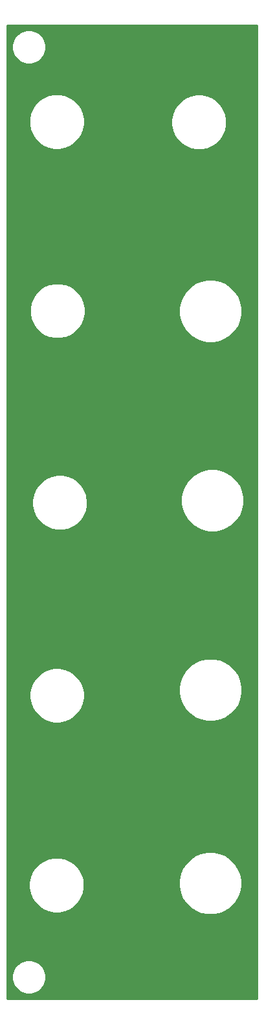
<source format=gbr>
G04 #@! TF.GenerationSoftware,KiCad,Pcbnew,5.1.6-1.fc31*
G04 #@! TF.CreationDate,2020-06-19T15:26:16-04:00*
G04 #@! TF.ProjectId,ChordArrayFacePlate,43686f72-6441-4727-9261-794661636550,rev?*
G04 #@! TF.SameCoordinates,Original*
G04 #@! TF.FileFunction,Copper,L2,Bot*
G04 #@! TF.FilePolarity,Positive*
%FSLAX46Y46*%
G04 Gerber Fmt 4.6, Leading zero omitted, Abs format (unit mm)*
G04 Created by KiCad (PCBNEW 5.1.6-1.fc31) date 2020-06-19 15:26:16*
%MOMM*%
%LPD*%
G01*
G04 APERTURE LIST*
G04 #@! TA.AperFunction,NonConductor*
%ADD10C,0.254000*%
G04 #@! TD*
G04 APERTURE END LIST*
D10*
G36*
X151840001Y-38967581D02*
G01*
X151840000Y-53532418D01*
X151840001Y-53532428D01*
X151840000Y-134467581D01*
X151840000Y-134467582D01*
X151840001Y-151467572D01*
X151840000Y-151467582D01*
X151840001Y-158840000D01*
X119160000Y-158840000D01*
X119160000Y-155779872D01*
X119765000Y-155779872D01*
X119765000Y-156220128D01*
X119850890Y-156651925D01*
X120019369Y-157058669D01*
X120263962Y-157424729D01*
X120575271Y-157736038D01*
X120941331Y-157980631D01*
X121348075Y-158149110D01*
X121779872Y-158235000D01*
X122220128Y-158235000D01*
X122651925Y-158149110D01*
X123058669Y-157980631D01*
X123424729Y-157736038D01*
X123736038Y-157424729D01*
X123980631Y-157058669D01*
X124149110Y-156651925D01*
X124235000Y-156220128D01*
X124235000Y-155779872D01*
X124149110Y-155348075D01*
X123980631Y-154941331D01*
X123736038Y-154575271D01*
X123424729Y-154263962D01*
X123058669Y-154019369D01*
X122651925Y-153850890D01*
X122220128Y-153765000D01*
X121779872Y-153765000D01*
X121348075Y-153850890D01*
X120941331Y-154019369D01*
X120575271Y-154263962D01*
X120263962Y-154575271D01*
X120019369Y-154941331D01*
X119850890Y-155348075D01*
X119765000Y-155779872D01*
X119160000Y-155779872D01*
X119160000Y-143641984D01*
X121965000Y-143641984D01*
X121965000Y-144358016D01*
X122104691Y-145060290D01*
X122378705Y-145721818D01*
X122776511Y-146317177D01*
X123282823Y-146823489D01*
X123878182Y-147221295D01*
X124539710Y-147495309D01*
X125241984Y-147635000D01*
X125958016Y-147635000D01*
X126660290Y-147495309D01*
X127321818Y-147221295D01*
X127917177Y-146823489D01*
X128423489Y-146317177D01*
X128821295Y-145721818D01*
X129095309Y-145060290D01*
X129235000Y-144358016D01*
X129235000Y-143641984D01*
X129175477Y-143342738D01*
X141565000Y-143342738D01*
X141565000Y-144157262D01*
X141723906Y-144956135D01*
X142035611Y-145708657D01*
X142488136Y-146385909D01*
X143064091Y-146961864D01*
X143741343Y-147414389D01*
X144493865Y-147726094D01*
X145292738Y-147885000D01*
X146107262Y-147885000D01*
X146906135Y-147726094D01*
X147658657Y-147414389D01*
X148335909Y-146961864D01*
X148911864Y-146385909D01*
X149364389Y-145708657D01*
X149676094Y-144956135D01*
X149835000Y-144157262D01*
X149835000Y-143342738D01*
X149676094Y-142543865D01*
X149364389Y-141791343D01*
X148911864Y-141114091D01*
X148335909Y-140538136D01*
X147658657Y-140085611D01*
X146906135Y-139773906D01*
X146107262Y-139615000D01*
X145292738Y-139615000D01*
X144493865Y-139773906D01*
X143741343Y-140085611D01*
X143064091Y-140538136D01*
X142488136Y-141114091D01*
X142035611Y-141791343D01*
X141723906Y-142543865D01*
X141565000Y-143342738D01*
X129175477Y-143342738D01*
X129095309Y-142939710D01*
X128821295Y-142278182D01*
X128423489Y-141682823D01*
X127917177Y-141176511D01*
X127321818Y-140778705D01*
X126660290Y-140504691D01*
X125958016Y-140365000D01*
X125241984Y-140365000D01*
X124539710Y-140504691D01*
X123878182Y-140778705D01*
X123282823Y-141176511D01*
X122776511Y-141682823D01*
X122378705Y-142278182D01*
X122104691Y-142939710D01*
X121965000Y-143641984D01*
X119160000Y-143641984D01*
X119160000Y-118866984D01*
X122015000Y-118866984D01*
X122015000Y-119583016D01*
X122154691Y-120285290D01*
X122428705Y-120946818D01*
X122826511Y-121542177D01*
X123332823Y-122048489D01*
X123928182Y-122446295D01*
X124589710Y-122720309D01*
X125291984Y-122860000D01*
X126008016Y-122860000D01*
X126710290Y-122720309D01*
X127371818Y-122446295D01*
X127967177Y-122048489D01*
X128473489Y-121542177D01*
X128871295Y-120946818D01*
X129145309Y-120285290D01*
X129285000Y-119583016D01*
X129285000Y-118866984D01*
X129145309Y-118164710D01*
X129115498Y-118092738D01*
X141615000Y-118092738D01*
X141615000Y-118907262D01*
X141773906Y-119706135D01*
X142085611Y-120458657D01*
X142538136Y-121135909D01*
X143114091Y-121711864D01*
X143791343Y-122164389D01*
X144543865Y-122476094D01*
X145342738Y-122635000D01*
X146157262Y-122635000D01*
X146956135Y-122476094D01*
X147708657Y-122164389D01*
X148385909Y-121711864D01*
X148961864Y-121135909D01*
X149414389Y-120458657D01*
X149726094Y-119706135D01*
X149885000Y-118907262D01*
X149885000Y-118092738D01*
X149726094Y-117293865D01*
X149414389Y-116541343D01*
X148961864Y-115864091D01*
X148385909Y-115288136D01*
X147708657Y-114835611D01*
X146956135Y-114523906D01*
X146157262Y-114365000D01*
X145342738Y-114365000D01*
X144543865Y-114523906D01*
X143791343Y-114835611D01*
X143114091Y-115288136D01*
X142538136Y-115864091D01*
X142085611Y-116541343D01*
X141773906Y-117293865D01*
X141615000Y-118092738D01*
X129115498Y-118092738D01*
X128871295Y-117503182D01*
X128473489Y-116907823D01*
X127967177Y-116401511D01*
X127371818Y-116003705D01*
X126710290Y-115729691D01*
X126008016Y-115590000D01*
X125291984Y-115590000D01*
X124589710Y-115729691D01*
X123928182Y-116003705D01*
X123332823Y-116401511D01*
X122826511Y-116907823D01*
X122428705Y-117503182D01*
X122154691Y-118164710D01*
X122015000Y-118866984D01*
X119160000Y-118866984D01*
X119160000Y-93666984D01*
X122390000Y-93666984D01*
X122390000Y-94383016D01*
X122529691Y-95085290D01*
X122803705Y-95746818D01*
X123201511Y-96342177D01*
X123707823Y-96848489D01*
X124303182Y-97246295D01*
X124964710Y-97520309D01*
X125666984Y-97660000D01*
X126383016Y-97660000D01*
X127085290Y-97520309D01*
X127746818Y-97246295D01*
X128342177Y-96848489D01*
X128848489Y-96342177D01*
X129246295Y-95746818D01*
X129520309Y-95085290D01*
X129660000Y-94383016D01*
X129660000Y-93666984D01*
X129595504Y-93342738D01*
X141865000Y-93342738D01*
X141865000Y-94157262D01*
X142023906Y-94956135D01*
X142335611Y-95708657D01*
X142788136Y-96385909D01*
X143364091Y-96961864D01*
X144041343Y-97414389D01*
X144793865Y-97726094D01*
X145592738Y-97885000D01*
X146407262Y-97885000D01*
X147206135Y-97726094D01*
X147958657Y-97414389D01*
X148635909Y-96961864D01*
X149211864Y-96385909D01*
X149664389Y-95708657D01*
X149976094Y-94956135D01*
X150135000Y-94157262D01*
X150135000Y-93342738D01*
X149976094Y-92543865D01*
X149664389Y-91791343D01*
X149211864Y-91114091D01*
X148635909Y-90538136D01*
X147958657Y-90085611D01*
X147206135Y-89773906D01*
X146407262Y-89615000D01*
X145592738Y-89615000D01*
X144793865Y-89773906D01*
X144041343Y-90085611D01*
X143364091Y-90538136D01*
X142788136Y-91114091D01*
X142335611Y-91791343D01*
X142023906Y-92543865D01*
X141865000Y-93342738D01*
X129595504Y-93342738D01*
X129520309Y-92964710D01*
X129246295Y-92303182D01*
X128848489Y-91707823D01*
X128342177Y-91201511D01*
X127746818Y-90803705D01*
X127085290Y-90529691D01*
X126383016Y-90390000D01*
X125666984Y-90390000D01*
X124964710Y-90529691D01*
X124303182Y-90803705D01*
X123707823Y-91201511D01*
X123201511Y-91707823D01*
X122803705Y-92303182D01*
X122529691Y-92964710D01*
X122390000Y-93666984D01*
X119160000Y-93666984D01*
X119160000Y-68616984D01*
X122090000Y-68616984D01*
X122090000Y-69333016D01*
X122229691Y-70035290D01*
X122503705Y-70696818D01*
X122901511Y-71292177D01*
X123407823Y-71798489D01*
X124003182Y-72196295D01*
X124664710Y-72470309D01*
X125366984Y-72610000D01*
X126083016Y-72610000D01*
X126785290Y-72470309D01*
X127446818Y-72196295D01*
X128042177Y-71798489D01*
X128548489Y-71292177D01*
X128946295Y-70696818D01*
X129220309Y-70035290D01*
X129360000Y-69333016D01*
X129360000Y-68616984D01*
X129355178Y-68592738D01*
X141615000Y-68592738D01*
X141615000Y-69407262D01*
X141773906Y-70206135D01*
X142085611Y-70958657D01*
X142538136Y-71635909D01*
X143114091Y-72211864D01*
X143791343Y-72664389D01*
X144543865Y-72976094D01*
X145342738Y-73135000D01*
X146157262Y-73135000D01*
X146956135Y-72976094D01*
X147708657Y-72664389D01*
X148385909Y-72211864D01*
X148961864Y-71635909D01*
X149414389Y-70958657D01*
X149726094Y-70206135D01*
X149885000Y-69407262D01*
X149885000Y-68592738D01*
X149726094Y-67793865D01*
X149414389Y-67041343D01*
X148961864Y-66364091D01*
X148385909Y-65788136D01*
X147708657Y-65335611D01*
X146956135Y-65023906D01*
X146157262Y-64865000D01*
X145342738Y-64865000D01*
X144543865Y-65023906D01*
X143791343Y-65335611D01*
X143114091Y-65788136D01*
X142538136Y-66364091D01*
X142085611Y-67041343D01*
X141773906Y-67793865D01*
X141615000Y-68592738D01*
X129355178Y-68592738D01*
X129220309Y-67914710D01*
X128946295Y-67253182D01*
X128548489Y-66657823D01*
X128042177Y-66151511D01*
X127446818Y-65753705D01*
X126785290Y-65479691D01*
X126083016Y-65340000D01*
X125366984Y-65340000D01*
X124664710Y-65479691D01*
X124003182Y-65753705D01*
X123407823Y-66151511D01*
X122901511Y-66657823D01*
X122503705Y-67253182D01*
X122229691Y-67914710D01*
X122090000Y-68616984D01*
X119160000Y-68616984D01*
X119160000Y-43916984D01*
X121990000Y-43916984D01*
X121990000Y-44633016D01*
X122129691Y-45335290D01*
X122403705Y-45996818D01*
X122801511Y-46592177D01*
X123307823Y-47098489D01*
X123903182Y-47496295D01*
X124564710Y-47770309D01*
X125266984Y-47910000D01*
X125983016Y-47910000D01*
X126685290Y-47770309D01*
X127346818Y-47496295D01*
X127942177Y-47098489D01*
X128448489Y-46592177D01*
X128846295Y-45996818D01*
X129120309Y-45335290D01*
X129260000Y-44633016D01*
X129260000Y-43966984D01*
X140590000Y-43966984D01*
X140590000Y-44683016D01*
X140729691Y-45385290D01*
X141003705Y-46046818D01*
X141401511Y-46642177D01*
X141907823Y-47148489D01*
X142503182Y-47546295D01*
X143164710Y-47820309D01*
X143866984Y-47960000D01*
X144583016Y-47960000D01*
X145285290Y-47820309D01*
X145946818Y-47546295D01*
X146542177Y-47148489D01*
X147048489Y-46642177D01*
X147446295Y-46046818D01*
X147720309Y-45385290D01*
X147860000Y-44683016D01*
X147860000Y-43966984D01*
X147720309Y-43264710D01*
X147446295Y-42603182D01*
X147048489Y-42007823D01*
X146542177Y-41501511D01*
X145946818Y-41103705D01*
X145285290Y-40829691D01*
X144583016Y-40690000D01*
X143866984Y-40690000D01*
X143164710Y-40829691D01*
X142503182Y-41103705D01*
X141907823Y-41501511D01*
X141401511Y-42007823D01*
X141003705Y-42603182D01*
X140729691Y-43264710D01*
X140590000Y-43966984D01*
X129260000Y-43966984D01*
X129260000Y-43916984D01*
X129120309Y-43214710D01*
X128846295Y-42553182D01*
X128448489Y-41957823D01*
X127942177Y-41451511D01*
X127346818Y-41053705D01*
X126685290Y-40779691D01*
X125983016Y-40640000D01*
X125266984Y-40640000D01*
X124564710Y-40779691D01*
X123903182Y-41053705D01*
X123307823Y-41451511D01*
X122801511Y-41957823D01*
X122403705Y-42553182D01*
X122129691Y-43214710D01*
X121990000Y-43916984D01*
X119160000Y-43916984D01*
X119160000Y-34279872D01*
X119765000Y-34279872D01*
X119765000Y-34720128D01*
X119850890Y-35151925D01*
X120019369Y-35558669D01*
X120263962Y-35924729D01*
X120575271Y-36236038D01*
X120941331Y-36480631D01*
X121348075Y-36649110D01*
X121779872Y-36735000D01*
X122220128Y-36735000D01*
X122651925Y-36649110D01*
X123058669Y-36480631D01*
X123424729Y-36236038D01*
X123736038Y-35924729D01*
X123980631Y-35558669D01*
X124149110Y-35151925D01*
X124235000Y-34720128D01*
X124235000Y-34279872D01*
X124149110Y-33848075D01*
X123980631Y-33441331D01*
X123736038Y-33075271D01*
X123424729Y-32763962D01*
X123058669Y-32519369D01*
X122651925Y-32350890D01*
X122220128Y-32265000D01*
X121779872Y-32265000D01*
X121348075Y-32350890D01*
X120941331Y-32519369D01*
X120575271Y-32763962D01*
X120263962Y-33075271D01*
X120019369Y-33441331D01*
X119850890Y-33848075D01*
X119765000Y-34279872D01*
X119160000Y-34279872D01*
X119160000Y-31660000D01*
X151840000Y-31660000D01*
X151840001Y-38967581D01*
G37*
X151840001Y-38967581D02*
X151840000Y-53532418D01*
X151840001Y-53532428D01*
X151840000Y-134467581D01*
X151840000Y-134467582D01*
X151840001Y-151467572D01*
X151840000Y-151467582D01*
X151840001Y-158840000D01*
X119160000Y-158840000D01*
X119160000Y-155779872D01*
X119765000Y-155779872D01*
X119765000Y-156220128D01*
X119850890Y-156651925D01*
X120019369Y-157058669D01*
X120263962Y-157424729D01*
X120575271Y-157736038D01*
X120941331Y-157980631D01*
X121348075Y-158149110D01*
X121779872Y-158235000D01*
X122220128Y-158235000D01*
X122651925Y-158149110D01*
X123058669Y-157980631D01*
X123424729Y-157736038D01*
X123736038Y-157424729D01*
X123980631Y-157058669D01*
X124149110Y-156651925D01*
X124235000Y-156220128D01*
X124235000Y-155779872D01*
X124149110Y-155348075D01*
X123980631Y-154941331D01*
X123736038Y-154575271D01*
X123424729Y-154263962D01*
X123058669Y-154019369D01*
X122651925Y-153850890D01*
X122220128Y-153765000D01*
X121779872Y-153765000D01*
X121348075Y-153850890D01*
X120941331Y-154019369D01*
X120575271Y-154263962D01*
X120263962Y-154575271D01*
X120019369Y-154941331D01*
X119850890Y-155348075D01*
X119765000Y-155779872D01*
X119160000Y-155779872D01*
X119160000Y-143641984D01*
X121965000Y-143641984D01*
X121965000Y-144358016D01*
X122104691Y-145060290D01*
X122378705Y-145721818D01*
X122776511Y-146317177D01*
X123282823Y-146823489D01*
X123878182Y-147221295D01*
X124539710Y-147495309D01*
X125241984Y-147635000D01*
X125958016Y-147635000D01*
X126660290Y-147495309D01*
X127321818Y-147221295D01*
X127917177Y-146823489D01*
X128423489Y-146317177D01*
X128821295Y-145721818D01*
X129095309Y-145060290D01*
X129235000Y-144358016D01*
X129235000Y-143641984D01*
X129175477Y-143342738D01*
X141565000Y-143342738D01*
X141565000Y-144157262D01*
X141723906Y-144956135D01*
X142035611Y-145708657D01*
X142488136Y-146385909D01*
X143064091Y-146961864D01*
X143741343Y-147414389D01*
X144493865Y-147726094D01*
X145292738Y-147885000D01*
X146107262Y-147885000D01*
X146906135Y-147726094D01*
X147658657Y-147414389D01*
X148335909Y-146961864D01*
X148911864Y-146385909D01*
X149364389Y-145708657D01*
X149676094Y-144956135D01*
X149835000Y-144157262D01*
X149835000Y-143342738D01*
X149676094Y-142543865D01*
X149364389Y-141791343D01*
X148911864Y-141114091D01*
X148335909Y-140538136D01*
X147658657Y-140085611D01*
X146906135Y-139773906D01*
X146107262Y-139615000D01*
X145292738Y-139615000D01*
X144493865Y-139773906D01*
X143741343Y-140085611D01*
X143064091Y-140538136D01*
X142488136Y-141114091D01*
X142035611Y-141791343D01*
X141723906Y-142543865D01*
X141565000Y-143342738D01*
X129175477Y-143342738D01*
X129095309Y-142939710D01*
X128821295Y-142278182D01*
X128423489Y-141682823D01*
X127917177Y-141176511D01*
X127321818Y-140778705D01*
X126660290Y-140504691D01*
X125958016Y-140365000D01*
X125241984Y-140365000D01*
X124539710Y-140504691D01*
X123878182Y-140778705D01*
X123282823Y-141176511D01*
X122776511Y-141682823D01*
X122378705Y-142278182D01*
X122104691Y-142939710D01*
X121965000Y-143641984D01*
X119160000Y-143641984D01*
X119160000Y-118866984D01*
X122015000Y-118866984D01*
X122015000Y-119583016D01*
X122154691Y-120285290D01*
X122428705Y-120946818D01*
X122826511Y-121542177D01*
X123332823Y-122048489D01*
X123928182Y-122446295D01*
X124589710Y-122720309D01*
X125291984Y-122860000D01*
X126008016Y-122860000D01*
X126710290Y-122720309D01*
X127371818Y-122446295D01*
X127967177Y-122048489D01*
X128473489Y-121542177D01*
X128871295Y-120946818D01*
X129145309Y-120285290D01*
X129285000Y-119583016D01*
X129285000Y-118866984D01*
X129145309Y-118164710D01*
X129115498Y-118092738D01*
X141615000Y-118092738D01*
X141615000Y-118907262D01*
X141773906Y-119706135D01*
X142085611Y-120458657D01*
X142538136Y-121135909D01*
X143114091Y-121711864D01*
X143791343Y-122164389D01*
X144543865Y-122476094D01*
X145342738Y-122635000D01*
X146157262Y-122635000D01*
X146956135Y-122476094D01*
X147708657Y-122164389D01*
X148385909Y-121711864D01*
X148961864Y-121135909D01*
X149414389Y-120458657D01*
X149726094Y-119706135D01*
X149885000Y-118907262D01*
X149885000Y-118092738D01*
X149726094Y-117293865D01*
X149414389Y-116541343D01*
X148961864Y-115864091D01*
X148385909Y-115288136D01*
X147708657Y-114835611D01*
X146956135Y-114523906D01*
X146157262Y-114365000D01*
X145342738Y-114365000D01*
X144543865Y-114523906D01*
X143791343Y-114835611D01*
X143114091Y-115288136D01*
X142538136Y-115864091D01*
X142085611Y-116541343D01*
X141773906Y-117293865D01*
X141615000Y-118092738D01*
X129115498Y-118092738D01*
X128871295Y-117503182D01*
X128473489Y-116907823D01*
X127967177Y-116401511D01*
X127371818Y-116003705D01*
X126710290Y-115729691D01*
X126008016Y-115590000D01*
X125291984Y-115590000D01*
X124589710Y-115729691D01*
X123928182Y-116003705D01*
X123332823Y-116401511D01*
X122826511Y-116907823D01*
X122428705Y-117503182D01*
X122154691Y-118164710D01*
X122015000Y-118866984D01*
X119160000Y-118866984D01*
X119160000Y-93666984D01*
X122390000Y-93666984D01*
X122390000Y-94383016D01*
X122529691Y-95085290D01*
X122803705Y-95746818D01*
X123201511Y-96342177D01*
X123707823Y-96848489D01*
X124303182Y-97246295D01*
X124964710Y-97520309D01*
X125666984Y-97660000D01*
X126383016Y-97660000D01*
X127085290Y-97520309D01*
X127746818Y-97246295D01*
X128342177Y-96848489D01*
X128848489Y-96342177D01*
X129246295Y-95746818D01*
X129520309Y-95085290D01*
X129660000Y-94383016D01*
X129660000Y-93666984D01*
X129595504Y-93342738D01*
X141865000Y-93342738D01*
X141865000Y-94157262D01*
X142023906Y-94956135D01*
X142335611Y-95708657D01*
X142788136Y-96385909D01*
X143364091Y-96961864D01*
X144041343Y-97414389D01*
X144793865Y-97726094D01*
X145592738Y-97885000D01*
X146407262Y-97885000D01*
X147206135Y-97726094D01*
X147958657Y-97414389D01*
X148635909Y-96961864D01*
X149211864Y-96385909D01*
X149664389Y-95708657D01*
X149976094Y-94956135D01*
X150135000Y-94157262D01*
X150135000Y-93342738D01*
X149976094Y-92543865D01*
X149664389Y-91791343D01*
X149211864Y-91114091D01*
X148635909Y-90538136D01*
X147958657Y-90085611D01*
X147206135Y-89773906D01*
X146407262Y-89615000D01*
X145592738Y-89615000D01*
X144793865Y-89773906D01*
X144041343Y-90085611D01*
X143364091Y-90538136D01*
X142788136Y-91114091D01*
X142335611Y-91791343D01*
X142023906Y-92543865D01*
X141865000Y-93342738D01*
X129595504Y-93342738D01*
X129520309Y-92964710D01*
X129246295Y-92303182D01*
X128848489Y-91707823D01*
X128342177Y-91201511D01*
X127746818Y-90803705D01*
X127085290Y-90529691D01*
X126383016Y-90390000D01*
X125666984Y-90390000D01*
X124964710Y-90529691D01*
X124303182Y-90803705D01*
X123707823Y-91201511D01*
X123201511Y-91707823D01*
X122803705Y-92303182D01*
X122529691Y-92964710D01*
X122390000Y-93666984D01*
X119160000Y-93666984D01*
X119160000Y-68616984D01*
X122090000Y-68616984D01*
X122090000Y-69333016D01*
X122229691Y-70035290D01*
X122503705Y-70696818D01*
X122901511Y-71292177D01*
X123407823Y-71798489D01*
X124003182Y-72196295D01*
X124664710Y-72470309D01*
X125366984Y-72610000D01*
X126083016Y-72610000D01*
X126785290Y-72470309D01*
X127446818Y-72196295D01*
X128042177Y-71798489D01*
X128548489Y-71292177D01*
X128946295Y-70696818D01*
X129220309Y-70035290D01*
X129360000Y-69333016D01*
X129360000Y-68616984D01*
X129355178Y-68592738D01*
X141615000Y-68592738D01*
X141615000Y-69407262D01*
X141773906Y-70206135D01*
X142085611Y-70958657D01*
X142538136Y-71635909D01*
X143114091Y-72211864D01*
X143791343Y-72664389D01*
X144543865Y-72976094D01*
X145342738Y-73135000D01*
X146157262Y-73135000D01*
X146956135Y-72976094D01*
X147708657Y-72664389D01*
X148385909Y-72211864D01*
X148961864Y-71635909D01*
X149414389Y-70958657D01*
X149726094Y-70206135D01*
X149885000Y-69407262D01*
X149885000Y-68592738D01*
X149726094Y-67793865D01*
X149414389Y-67041343D01*
X148961864Y-66364091D01*
X148385909Y-65788136D01*
X147708657Y-65335611D01*
X146956135Y-65023906D01*
X146157262Y-64865000D01*
X145342738Y-64865000D01*
X144543865Y-65023906D01*
X143791343Y-65335611D01*
X143114091Y-65788136D01*
X142538136Y-66364091D01*
X142085611Y-67041343D01*
X141773906Y-67793865D01*
X141615000Y-68592738D01*
X129355178Y-68592738D01*
X129220309Y-67914710D01*
X128946295Y-67253182D01*
X128548489Y-66657823D01*
X128042177Y-66151511D01*
X127446818Y-65753705D01*
X126785290Y-65479691D01*
X126083016Y-65340000D01*
X125366984Y-65340000D01*
X124664710Y-65479691D01*
X124003182Y-65753705D01*
X123407823Y-66151511D01*
X122901511Y-66657823D01*
X122503705Y-67253182D01*
X122229691Y-67914710D01*
X122090000Y-68616984D01*
X119160000Y-68616984D01*
X119160000Y-43916984D01*
X121990000Y-43916984D01*
X121990000Y-44633016D01*
X122129691Y-45335290D01*
X122403705Y-45996818D01*
X122801511Y-46592177D01*
X123307823Y-47098489D01*
X123903182Y-47496295D01*
X124564710Y-47770309D01*
X125266984Y-47910000D01*
X125983016Y-47910000D01*
X126685290Y-47770309D01*
X127346818Y-47496295D01*
X127942177Y-47098489D01*
X128448489Y-46592177D01*
X128846295Y-45996818D01*
X129120309Y-45335290D01*
X129260000Y-44633016D01*
X129260000Y-43966984D01*
X140590000Y-43966984D01*
X140590000Y-44683016D01*
X140729691Y-45385290D01*
X141003705Y-46046818D01*
X141401511Y-46642177D01*
X141907823Y-47148489D01*
X142503182Y-47546295D01*
X143164710Y-47820309D01*
X143866984Y-47960000D01*
X144583016Y-47960000D01*
X145285290Y-47820309D01*
X145946818Y-47546295D01*
X146542177Y-47148489D01*
X147048489Y-46642177D01*
X147446295Y-46046818D01*
X147720309Y-45385290D01*
X147860000Y-44683016D01*
X147860000Y-43966984D01*
X147720309Y-43264710D01*
X147446295Y-42603182D01*
X147048489Y-42007823D01*
X146542177Y-41501511D01*
X145946818Y-41103705D01*
X145285290Y-40829691D01*
X144583016Y-40690000D01*
X143866984Y-40690000D01*
X143164710Y-40829691D01*
X142503182Y-41103705D01*
X141907823Y-41501511D01*
X141401511Y-42007823D01*
X141003705Y-42603182D01*
X140729691Y-43264710D01*
X140590000Y-43966984D01*
X129260000Y-43966984D01*
X129260000Y-43916984D01*
X129120309Y-43214710D01*
X128846295Y-42553182D01*
X128448489Y-41957823D01*
X127942177Y-41451511D01*
X127346818Y-41053705D01*
X126685290Y-40779691D01*
X125983016Y-40640000D01*
X125266984Y-40640000D01*
X124564710Y-40779691D01*
X123903182Y-41053705D01*
X123307823Y-41451511D01*
X122801511Y-41957823D01*
X122403705Y-42553182D01*
X122129691Y-43214710D01*
X121990000Y-43916984D01*
X119160000Y-43916984D01*
X119160000Y-34279872D01*
X119765000Y-34279872D01*
X119765000Y-34720128D01*
X119850890Y-35151925D01*
X120019369Y-35558669D01*
X120263962Y-35924729D01*
X120575271Y-36236038D01*
X120941331Y-36480631D01*
X121348075Y-36649110D01*
X121779872Y-36735000D01*
X122220128Y-36735000D01*
X122651925Y-36649110D01*
X123058669Y-36480631D01*
X123424729Y-36236038D01*
X123736038Y-35924729D01*
X123980631Y-35558669D01*
X124149110Y-35151925D01*
X124235000Y-34720128D01*
X124235000Y-34279872D01*
X124149110Y-33848075D01*
X123980631Y-33441331D01*
X123736038Y-33075271D01*
X123424729Y-32763962D01*
X123058669Y-32519369D01*
X122651925Y-32350890D01*
X122220128Y-32265000D01*
X121779872Y-32265000D01*
X121348075Y-32350890D01*
X120941331Y-32519369D01*
X120575271Y-32763962D01*
X120263962Y-33075271D01*
X120019369Y-33441331D01*
X119850890Y-33848075D01*
X119765000Y-34279872D01*
X119160000Y-34279872D01*
X119160000Y-31660000D01*
X151840000Y-31660000D01*
X151840001Y-38967581D01*
M02*

</source>
